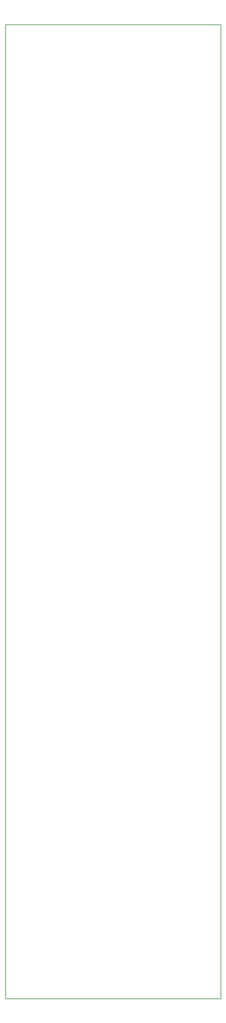
<source format=gm1>
G04 #@! TF.GenerationSoftware,KiCad,Pcbnew,5.1.5+dfsg1-2build2*
G04 #@! TF.CreationDate,2022-02-10T21:46:42-05:00*
G04 #@! TF.ProjectId,mico,6d69636f-2e6b-4696-9361-645f70636258,0.1*
G04 #@! TF.SameCoordinates,Original*
G04 #@! TF.FileFunction,Profile,NP*
%FSLAX46Y46*%
G04 Gerber Fmt 4.6, Leading zero omitted, Abs format (unit mm)*
G04 Created by KiCad (PCBNEW 5.1.5+dfsg1-2build2) date 2022-02-10 21:46:42*
%MOMM*%
%LPD*%
G04 APERTURE LIST*
%ADD10C,0.050000*%
G04 APERTURE END LIST*
D10*
X146750000Y-181000000D02*
X116250000Y-181000000D01*
X116250000Y-181000000D02*
X116250000Y-43000000D01*
X146750000Y-43000000D02*
X116250000Y-43000000D01*
X146750000Y-181000000D02*
X146750000Y-43000000D01*
M02*

</source>
